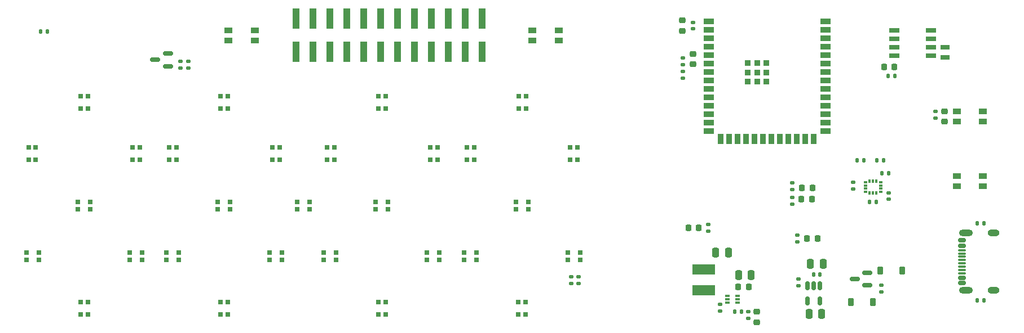
<source format=gbr>
%TF.GenerationSoftware,KiCad,Pcbnew,7.0.9*%
%TF.CreationDate,2024-02-17T00:35:01+08:00*%
%TF.ProjectId,AlarmClockProjV1,416c6172-6d43-46c6-9f63-6b50726f6a56,rev?*%
%TF.SameCoordinates,Original*%
%TF.FileFunction,Paste,Top*%
%TF.FilePolarity,Positive*%
%FSLAX46Y46*%
G04 Gerber Fmt 4.6, Leading zero omitted, Abs format (unit mm)*
G04 Created by KiCad (PCBNEW 7.0.9) date 2024-02-17 00:35:01*
%MOMM*%
%LPD*%
G01*
G04 APERTURE LIST*
G04 Aperture macros list*
%AMRoundRect*
0 Rectangle with rounded corners*
0 $1 Rounding radius*
0 $2 $3 $4 $5 $6 $7 $8 $9 X,Y pos of 4 corners*
0 Add a 4 corners polygon primitive as box body*
4,1,4,$2,$3,$4,$5,$6,$7,$8,$9,$2,$3,0*
0 Add four circle primitives for the rounded corners*
1,1,$1+$1,$2,$3*
1,1,$1+$1,$4,$5*
1,1,$1+$1,$6,$7*
1,1,$1+$1,$8,$9*
0 Add four rect primitives between the rounded corners*
20,1,$1+$1,$2,$3,$4,$5,0*
20,1,$1+$1,$4,$5,$6,$7,0*
20,1,$1+$1,$6,$7,$8,$9,0*
20,1,$1+$1,$8,$9,$2,$3,0*%
G04 Aperture macros list end*
%ADD10RoundRect,0.225000X0.225000X0.250000X-0.225000X0.250000X-0.225000X-0.250000X0.225000X-0.250000X0*%
%ADD11RoundRect,0.135000X0.135000X0.185000X-0.135000X0.185000X-0.135000X-0.185000X0.135000X-0.185000X0*%
%ADD12RoundRect,0.135000X-0.185000X0.135000X-0.185000X-0.135000X0.185000X-0.135000X0.185000X0.135000X0*%
%ADD13RoundRect,0.135000X0.185000X-0.135000X0.185000X0.135000X-0.185000X0.135000X-0.185000X-0.135000X0*%
%ADD14R,0.700000X0.700000*%
%ADD15RoundRect,0.150000X-0.150000X0.512500X-0.150000X-0.512500X0.150000X-0.512500X0.150000X0.512500X0*%
%ADD16RoundRect,0.225000X0.250000X-0.225000X0.250000X0.225000X-0.250000X0.225000X-0.250000X-0.225000X0*%
%ADD17R,1.150000X0.900000*%
%ADD18RoundRect,0.140000X-0.170000X0.140000X-0.170000X-0.140000X0.170000X-0.140000X0.170000X0.140000X0*%
%ADD19RoundRect,0.140000X-0.140000X-0.170000X0.140000X-0.170000X0.140000X0.170000X-0.140000X0.170000X0*%
%ADD20RoundRect,0.218750X-0.218750X-0.256250X0.218750X-0.256250X0.218750X0.256250X-0.218750X0.256250X0*%
%ADD21RoundRect,0.150000X0.425000X-0.150000X0.425000X0.150000X-0.425000X0.150000X-0.425000X-0.150000X0*%
%ADD22RoundRect,0.075000X0.500000X-0.075000X0.500000X0.075000X-0.500000X0.075000X-0.500000X-0.075000X0*%
%ADD23O,2.100000X1.000000*%
%ADD24O,1.800000X1.000000*%
%ADD25RoundRect,0.135000X-0.135000X-0.185000X0.135000X-0.185000X0.135000X0.185000X-0.135000X0.185000X0*%
%ADD26RoundRect,0.150000X0.587500X0.150000X-0.587500X0.150000X-0.587500X-0.150000X0.587500X-0.150000X0*%
%ADD27R,1.500000X0.900000*%
%ADD28R,0.900000X1.500000*%
%ADD29R,0.900000X0.900000*%
%ADD30R,1.000000X3.150000*%
%ADD31R,3.500000X1.600000*%
%ADD32RoundRect,0.225000X-0.250000X0.225000X-0.250000X-0.225000X0.250000X-0.225000X0.250000X0.225000X0*%
%ADD33R,0.700000X0.340000*%
%ADD34RoundRect,0.140000X0.140000X0.170000X-0.140000X0.170000X-0.140000X-0.170000X0.140000X-0.170000X0*%
%ADD35RoundRect,0.218750X0.218750X0.256250X-0.218750X0.256250X-0.218750X-0.256250X0.218750X-0.256250X0*%
%ADD36R,1.550000X0.700000*%
%ADD37RoundRect,0.250000X-0.250000X-0.475000X0.250000X-0.475000X0.250000X0.475000X-0.250000X0.475000X0*%
%ADD38RoundRect,0.250000X0.250000X0.475000X-0.250000X0.475000X-0.250000X-0.475000X0.250000X-0.475000X0*%
%ADD39R,0.600000X0.300000*%
%ADD40R,0.300000X0.600000*%
%ADD41R,1.400000X0.700000*%
%ADD42RoundRect,0.225000X-0.225000X-0.375000X0.225000X-0.375000X0.225000X0.375000X-0.225000X0.375000X0*%
G04 APERTURE END LIST*
D10*
%TO.C,C301*%
X216875000Y-96600000D03*
X215325000Y-96600000D03*
%TD*%
D11*
%TO.C,R305*%
X216910000Y-97900000D03*
X215890000Y-97900000D03*
%TD*%
D12*
%TO.C,R207*%
X185089800Y-95197200D03*
X185089800Y-96217200D03*
%TD*%
D11*
%TO.C,R405*%
X89710000Y-91200000D03*
X88690000Y-91200000D03*
%TD*%
D13*
%TO.C,R404*%
X168300000Y-129200000D03*
X168300000Y-128180000D03*
%TD*%
D14*
%TO.C,D401*%
X167835000Y-124550000D03*
X167835000Y-125650000D03*
X169665000Y-125650000D03*
X169665000Y-124550000D03*
%TD*%
D12*
%TO.C,R406*%
X190700000Y-132290000D03*
X190700000Y-133310000D03*
%TD*%
D14*
%TO.C,D422*%
X107585000Y-124550000D03*
X107585000Y-125650000D03*
X109415000Y-125650000D03*
X109415000Y-124550000D03*
%TD*%
D11*
%TO.C,R303*%
X216010000Y-112600000D03*
X214990000Y-112600000D03*
%TD*%
D14*
%TO.C,D406*%
X160350000Y-133815000D03*
X161450000Y-133815000D03*
X161450000Y-131985000D03*
X160350000Y-131985000D03*
%TD*%
D15*
%TO.C,U202*%
X205700000Y-129500000D03*
X204750000Y-129500000D03*
X203800000Y-129500000D03*
X203800000Y-131775000D03*
X205700000Y-131775000D03*
%TD*%
D16*
%TO.C,C404*%
X196200000Y-134975000D03*
X196200000Y-133425000D03*
%TD*%
D17*
%TO.C,SW402*%
X166445000Y-92550000D03*
X162495000Y-92550000D03*
X166445000Y-91050000D03*
X162495000Y-91050000D03*
%TD*%
D14*
%TO.C,D403*%
X160450000Y-102815000D03*
X161550000Y-102815000D03*
X161550000Y-100985000D03*
X160450000Y-100985000D03*
%TD*%
D12*
%TO.C,R208*%
X201500000Y-113990000D03*
X201500000Y-115010000D03*
%TD*%
D14*
%TO.C,D417*%
X123450000Y-110515000D03*
X124550000Y-110515000D03*
X124550000Y-108685000D03*
X123450000Y-108685000D03*
%TD*%
D18*
%TO.C,C201*%
X186625000Y-89870000D03*
X186625000Y-90830000D03*
%TD*%
D14*
%TO.C,D404*%
X152650000Y-110515000D03*
X153750000Y-110515000D03*
X153750000Y-108685000D03*
X152650000Y-108685000D03*
%TD*%
D19*
%TO.C,C305*%
X213170000Y-116850000D03*
X214130000Y-116850000D03*
%TD*%
D14*
%TO.C,D426*%
X86850000Y-110515000D03*
X87950000Y-110515000D03*
X87950000Y-108685000D03*
X86850000Y-108685000D03*
%TD*%
%TO.C,D413*%
X139350000Y-133815000D03*
X140450000Y-133815000D03*
X140450000Y-131985000D03*
X139350000Y-131985000D03*
%TD*%
D17*
%TO.C,SW201*%
X226225000Y-103250000D03*
X230175000Y-103250000D03*
X226225000Y-104750000D03*
X230175000Y-104750000D03*
%TD*%
D14*
%TO.C,D427*%
X96115000Y-117950000D03*
X96115000Y-116850000D03*
X94285000Y-116850000D03*
X94285000Y-117950000D03*
%TD*%
%TO.C,D409*%
X147150000Y-110515000D03*
X148250000Y-110515000D03*
X148250000Y-108685000D03*
X147150000Y-108685000D03*
%TD*%
%TO.C,D420*%
X117115000Y-117950000D03*
X117115000Y-116850000D03*
X115285000Y-116850000D03*
X115285000Y-117950000D03*
%TD*%
%TO.C,D425*%
X94650000Y-102815000D03*
X95750000Y-102815000D03*
X95750000Y-100985000D03*
X94650000Y-100985000D03*
%TD*%
D20*
%TO.C,D203*%
X202912500Y-116490000D03*
X204487500Y-116490000D03*
%TD*%
D14*
%TO.C,D416*%
X123085000Y-124550000D03*
X123085000Y-125650000D03*
X124915000Y-125650000D03*
X124915000Y-124550000D03*
%TD*%
%TO.C,D407*%
X152285000Y-124550000D03*
X152285000Y-125650000D03*
X154115000Y-125650000D03*
X154115000Y-124550000D03*
%TD*%
D21*
%TO.C,J206*%
X227000000Y-129090000D03*
X227000000Y-128290000D03*
D22*
X227000000Y-127140000D03*
X227000000Y-126140000D03*
X227000000Y-125640000D03*
X227000000Y-124640000D03*
D21*
X227000000Y-123490000D03*
X227000000Y-122690000D03*
X227000000Y-122690000D03*
X227000000Y-123490000D03*
D22*
X227000000Y-124140000D03*
X227000000Y-125140000D03*
X227000000Y-126640000D03*
X227000000Y-127640000D03*
D21*
X227000000Y-128290000D03*
X227000000Y-129090000D03*
D23*
X227575000Y-130210000D03*
D24*
X231755000Y-130210000D03*
D23*
X227575000Y-121570000D03*
D24*
X231755000Y-121570000D03*
%TD*%
D25*
%TO.C,R210*%
X229280000Y-131690000D03*
X230300000Y-131690000D03*
%TD*%
D26*
%TO.C,Q201*%
X210942500Y-128500000D03*
X212817500Y-129450000D03*
X212817500Y-127550000D03*
%TD*%
D27*
%TO.C,U201*%
X189000000Y-89690000D03*
X189000000Y-90960000D03*
X189000000Y-92230000D03*
X189000000Y-93500000D03*
X189000000Y-94770000D03*
X189000000Y-96040000D03*
X189000000Y-97310000D03*
X189000000Y-98580000D03*
X189000000Y-99850000D03*
X189000000Y-101120000D03*
X189000000Y-102390000D03*
X189000000Y-103660000D03*
X189000000Y-104930000D03*
X189000000Y-106200000D03*
D28*
X190765000Y-107450000D03*
X192035000Y-107450000D03*
X193305000Y-107450000D03*
X194575000Y-107450000D03*
X195845000Y-107450000D03*
X197115000Y-107450000D03*
X198385000Y-107450000D03*
X199655000Y-107450000D03*
X200925000Y-107450000D03*
X202195000Y-107450000D03*
X203465000Y-107450000D03*
X204735000Y-107450000D03*
D27*
X206500000Y-106200000D03*
X206500000Y-104930000D03*
X206500000Y-103660000D03*
X206500000Y-102390000D03*
X206500000Y-101120000D03*
X206500000Y-99850000D03*
X206500000Y-98580000D03*
X206500000Y-97310000D03*
X206500000Y-96040000D03*
X206500000Y-94770000D03*
X206500000Y-93500000D03*
X206500000Y-92230000D03*
X206500000Y-90960000D03*
X206500000Y-89690000D03*
D29*
X196250000Y-97410000D03*
X196250000Y-96010000D03*
X194850000Y-96010000D03*
X194850000Y-97410000D03*
X194850000Y-98810000D03*
X196250000Y-98810000D03*
X197650000Y-98810000D03*
X197650000Y-97410000D03*
X197650000Y-96010000D03*
%TD*%
D13*
%TO.C,R403*%
X169400000Y-129210000D03*
X169400000Y-128190000D03*
%TD*%
D14*
%TO.C,D424*%
X102450000Y-110515000D03*
X103550000Y-110515000D03*
X103550000Y-108685000D03*
X102450000Y-108685000D03*
%TD*%
%TO.C,D405*%
X161915000Y-117950000D03*
X161915000Y-116850000D03*
X160085000Y-116850000D03*
X160085000Y-117950000D03*
%TD*%
D30*
%TO.C,J201*%
X127030000Y-94325000D03*
X127030000Y-89275000D03*
X129570000Y-94325000D03*
X129570000Y-89275000D03*
X132110000Y-94325000D03*
X132110000Y-89275000D03*
X134650000Y-94325000D03*
X134650000Y-89275000D03*
X137190000Y-94325000D03*
X137190000Y-89275000D03*
X139730000Y-94325000D03*
X139730000Y-89275000D03*
X142270000Y-94325000D03*
X142270000Y-89275000D03*
X144810000Y-94325000D03*
X144810000Y-89275000D03*
X147350000Y-94325000D03*
X147350000Y-89275000D03*
X149890000Y-94325000D03*
X149890000Y-89275000D03*
X152430000Y-94325000D03*
X152430000Y-89275000D03*
X154970000Y-94325000D03*
X154970000Y-89275000D03*
%TD*%
D12*
%TO.C,R401*%
X109650000Y-95690000D03*
X109650000Y-96710000D03*
%TD*%
D14*
%TO.C,D410*%
X139350000Y-102815000D03*
X140450000Y-102815000D03*
X140450000Y-100985000D03*
X139350000Y-100985000D03*
%TD*%
D31*
%TO.C,L401*%
X188200000Y-127010000D03*
X188200000Y-130210000D03*
%TD*%
D10*
%TO.C,C403*%
X194975000Y-129700000D03*
X193425000Y-129700000D03*
%TD*%
D13*
%TO.C,R201*%
X223000000Y-104285000D03*
X223000000Y-103265000D03*
%TD*%
D12*
%TO.C,R203*%
X214900000Y-129390000D03*
X214900000Y-130410000D03*
%TD*%
D11*
%TO.C,R302*%
X215210000Y-110600000D03*
X214190000Y-110600000D03*
%TD*%
D32*
%TO.C,C203*%
X224400000Y-103225000D03*
X224400000Y-104775000D03*
%TD*%
D33*
%TO.C,U401*%
X193325000Y-132070000D03*
X193325000Y-131570000D03*
X193325000Y-131070000D03*
X191825000Y-131070000D03*
X191825000Y-131570000D03*
X191825000Y-132070000D03*
%TD*%
D34*
%TO.C,C205*%
X205680000Y-127837500D03*
X204720000Y-127837500D03*
%TD*%
D11*
%TO.C,R408*%
X193910000Y-133410000D03*
X192890000Y-133410000D03*
%TD*%
D14*
%TO.C,D421*%
X115650000Y-133815000D03*
X116750000Y-133815000D03*
X116750000Y-131985000D03*
X115650000Y-131985000D03*
%TD*%
D20*
%TO.C,D204*%
X202962500Y-114750000D03*
X204537500Y-114750000D03*
%TD*%
D14*
%TO.C,D411*%
X131650000Y-110515000D03*
X132750000Y-110515000D03*
X132750000Y-108685000D03*
X131650000Y-108685000D03*
%TD*%
%TO.C,D402*%
X169300000Y-108685000D03*
X168200000Y-108685000D03*
X168200000Y-110515000D03*
X169300000Y-110515000D03*
%TD*%
D35*
%TO.C,D430*%
X187500000Y-120800000D03*
X185925000Y-120800000D03*
%TD*%
D17*
%TO.C,SW202*%
X226225000Y-113000000D03*
X230175000Y-113000000D03*
X226225000Y-114500000D03*
X230175000Y-114500000D03*
%TD*%
D36*
%TO.C,U301*%
X222325000Y-94905000D03*
X222325000Y-93635000D03*
X222325000Y-92365000D03*
X222325000Y-91095000D03*
X216875000Y-91095000D03*
X216875000Y-92365000D03*
X216875000Y-93635000D03*
X216875000Y-94905000D03*
%TD*%
D13*
%TO.C,R402*%
X110850000Y-96710000D03*
X110850000Y-95690000D03*
%TD*%
D37*
%TO.C,C405*%
X190050000Y-124500000D03*
X191950000Y-124500000D03*
%TD*%
D13*
%TO.C,R407*%
X194900000Y-134410000D03*
X194900000Y-133390000D03*
%TD*%
D14*
%TO.C,D419*%
X107950000Y-110515000D03*
X109050000Y-110515000D03*
X109050000Y-108685000D03*
X107950000Y-108685000D03*
%TD*%
D17*
%TO.C,SW401*%
X120845000Y-92550000D03*
X116895000Y-92550000D03*
X120845000Y-91050000D03*
X116895000Y-91050000D03*
%TD*%
D14*
%TO.C,D423*%
X102085000Y-124550000D03*
X102085000Y-125650000D03*
X103915000Y-125650000D03*
X103915000Y-124550000D03*
%TD*%
%TO.C,D408*%
X146685000Y-124550000D03*
X146685000Y-125650000D03*
X148515000Y-125650000D03*
X148515000Y-124550000D03*
%TD*%
D32*
%TO.C,C207*%
X186639200Y-94627400D03*
X186639200Y-96177400D03*
%TD*%
%TO.C,C202*%
X185025000Y-89575000D03*
X185025000Y-91125000D03*
%TD*%
D25*
%TO.C,R301*%
X211290000Y-110600000D03*
X212310000Y-110600000D03*
%TD*%
D14*
%TO.C,D429*%
X86585000Y-124550000D03*
X86585000Y-125650000D03*
X88415000Y-125650000D03*
X88415000Y-124550000D03*
%TD*%
D25*
%TO.C,R209*%
X229280000Y-120090000D03*
X230300000Y-120090000D03*
%TD*%
D14*
%TO.C,D415*%
X127185000Y-116850000D03*
X127185000Y-117950000D03*
X129015000Y-117950000D03*
X129015000Y-116850000D03*
%TD*%
D12*
%TO.C,R204*%
X202312500Y-121890000D03*
X202312500Y-122910000D03*
%TD*%
D38*
%TO.C,C206*%
X206150000Y-126237500D03*
X204250000Y-126237500D03*
%TD*%
%TO.C,C402*%
X195350000Y-127900000D03*
X193450000Y-127900000D03*
%TD*%
D12*
%TO.C,R205*%
X185089800Y-97280000D03*
X185089800Y-98300000D03*
%TD*%
D14*
%TO.C,D428*%
X94650000Y-133815000D03*
X95750000Y-133815000D03*
X95750000Y-131985000D03*
X94650000Y-131985000D03*
%TD*%
D38*
%TO.C,C204*%
X205950000Y-133700000D03*
X204050000Y-133700000D03*
%TD*%
D14*
%TO.C,D412*%
X140815000Y-117950000D03*
X140815000Y-116850000D03*
X138985000Y-116850000D03*
X138985000Y-117950000D03*
%TD*%
D13*
%TO.C,R202*%
X202450000Y-129510000D03*
X202450000Y-128490000D03*
%TD*%
D20*
%TO.C,D201*%
X203725000Y-122400000D03*
X205300000Y-122400000D03*
%TD*%
D12*
%TO.C,R304*%
X210650000Y-113940000D03*
X210650000Y-114960000D03*
%TD*%
D39*
%TO.C,U302*%
X212500000Y-113900000D03*
X212500000Y-114400000D03*
X212500000Y-114900000D03*
X212500000Y-115400000D03*
D40*
X213150000Y-115550000D03*
X213650000Y-115550000D03*
X214150000Y-115550000D03*
D39*
X214800000Y-115400000D03*
X214800000Y-114900000D03*
X214800000Y-114400000D03*
X214800000Y-113900000D03*
D40*
X214150000Y-113750000D03*
X213650000Y-113750000D03*
X213150000Y-113750000D03*
%TD*%
D14*
%TO.C,D418*%
X115650000Y-102815000D03*
X116750000Y-102815000D03*
X116750000Y-100985000D03*
X115650000Y-100985000D03*
%TD*%
D41*
%TO.C,Y301*%
X224500000Y-93600000D03*
X224500000Y-95100000D03*
%TD*%
D42*
%TO.C,D205*%
X214707500Y-127200000D03*
X218007500Y-127200000D03*
%TD*%
D26*
%TO.C,Q401*%
X105892500Y-95500000D03*
X107767500Y-96450000D03*
X107767500Y-94550000D03*
%TD*%
D13*
%TO.C,R206*%
X201500000Y-117260000D03*
X201500000Y-116240000D03*
%TD*%
D18*
%TO.C,C304*%
X216000000Y-115520000D03*
X216000000Y-116480000D03*
%TD*%
D14*
%TO.C,D414*%
X131185000Y-124550000D03*
X131185000Y-125650000D03*
X133015000Y-125650000D03*
X133015000Y-124550000D03*
%TD*%
D12*
%TO.C,R409*%
X188912500Y-120290000D03*
X188912500Y-121310000D03*
%TD*%
D42*
%TO.C,D202*%
X210350000Y-131925000D03*
X213650000Y-131925000D03*
%TD*%
M02*

</source>
